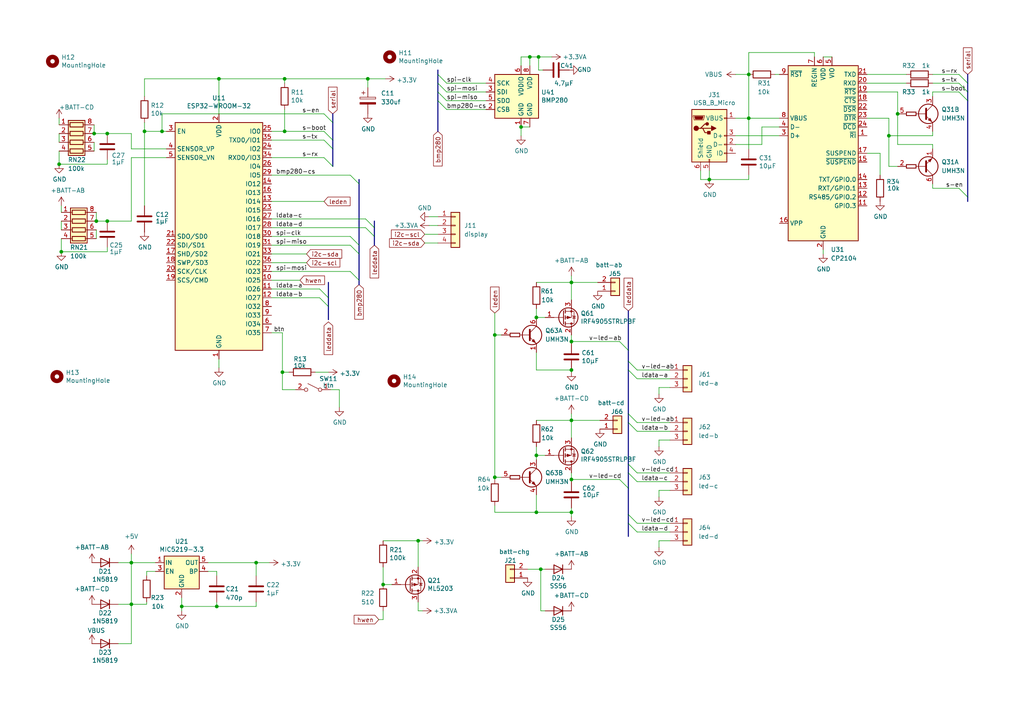
<source format=kicad_sch>
(kicad_sch (version 20230121) (generator eeschema)
  (paper "A4")
  (junction (at 111.125 169.545))
  (junction (at 82.55 22.86))
  (junction (at 52.705 175.895))
  (junction (at 17.145 47.625))
  (junction (at 165.735 121.92))
  (junction (at 46.99 38.1))
  (junction (at 217.17 34.29))
  (junction (at 165.735 99.06))
  (junction (at 31.115 38.735))
  (junction (at 106.68 22.86))
  (junction (at 31.115 64.135))
  (junction (at 155.575 148.59))
  (junction (at 41.91 38.1))
  (junction (at 62.865 175.895))
  (junction (at 155.575 92.075))
  (junction (at 38.1 163.195))
  (junction (at 165.735 139.065))
  (junction (at 74.295 163.195))
  (junction (at 143.51 138.43))
  (junction (at 63.5 22.86))
  (junction (at 217.17 21.59))
  (junction (at 165.735 148.59))
  (junction (at 205.74 52.07))
  (junction (at 257.81 39.37))
  (junction (at 82.55 38.1))
  (junction (at 165.735 81.915))
  (junction (at 38.1 175.26))
  (junction (at 151.13 36.83))
  (junction (at 165.735 107.315))
  (junction (at 156.845 165.1))
  (junction (at 27.305 38.735))
  (junction (at 260.35 33.02))
  (junction (at 153.67 16.51))
  (junction (at 81.915 107.95))
  (junction (at 27.94 64.135))
  (junction (at 121.285 156.845))
  (junction (at 17.78 73.025))
  (junction (at 156.21 16.51))
  (junction (at 155.575 132.08))
  (junction (at 143.51 97.155))
  (bus_entry (at 92.71 83.82) (size 2.54 2.54))
  (bus_entry (at 106.045 66.04) (size 2.54 2.54))
  (bus_entry (at 93.98 45.72) (size 2.54 2.54))
  (bus_entry (at 182.245 149.225) (size 2.54 2.54))
  (bus_entry (at 101.6 50.8) (size 2.54 2.54))
  (bus_entry (at 182.245 137.16) (size 2.54 2.54))
  (bus_entry (at 93.98 40.64) (size 2.54 2.54))
  (bus_entry (at 179.705 99.06) (size 2.54 2.54))
  (bus_entry (at 182.245 104.775) (size 2.54 2.54))
  (bus_entry (at 127 24.13) (size 2.54 2.54))
  (bus_entry (at 101.6 68.58) (size 2.54 2.54))
  (bus_entry (at 127 29.21) (size 2.54 2.54))
  (bus_entry (at 182.245 122.555) (size 2.54 2.54))
  (bus_entry (at 182.245 151.765) (size 2.54 2.54))
  (bus_entry (at 182.245 107.315) (size 2.54 2.54))
  (bus_entry (at 278.13 54.61) (size 2.54 2.54))
  (bus_entry (at 101.6 78.74) (size 2.54 2.54))
  (bus_entry (at 182.245 134.62) (size 2.54 2.54))
  (bus_entry (at 127 21.59) (size 2.54 2.54))
  (bus_entry (at 93.98 33.02) (size 2.54 2.54))
  (bus_entry (at 93.98 38.1) (size 2.54 2.54))
  (bus_entry (at 101.6 71.12) (size 2.54 2.54))
  (bus_entry (at 182.245 120.015) (size 2.54 2.54))
  (bus_entry (at 278.13 26.67) (size 2.54 2.54))
  (bus_entry (at 179.705 139.065) (size 2.54 2.54))
  (bus_entry (at 278.13 24.13) (size 2.54 2.54))
  (bus_entry (at 92.71 86.36) (size 2.54 2.54))
  (bus_entry (at 278.13 21.59) (size 2.54 2.54))
  (bus_entry (at 127 26.67) (size 2.54 2.54))
  (bus_entry (at 106.045 63.5) (size 2.54 2.54))
  (bus (pts (xy 182.245 134.62) (xy 182.245 137.16)))
  (wire (pts (xy 91.44 107.95) (xy 95.25 107.95)))
  (wire (pts (xy 42.545 174.625) (xy 42.545 175.26)))
  (wire (pts (xy 93.98 38.1) (xy 82.55 38.1)))
  (wire (pts (xy 52.705 175.895) (xy 62.865 175.895)))
  (wire (pts (xy 184.785 107.315) (xy 194.31 107.315)))
  (wire (pts (xy 165.735 121.92) (xy 173.99 121.92)))
  (wire (pts (xy 41.91 22.86) (xy 63.5 22.86)))
  (wire (pts (xy 153.035 165.1) (xy 156.845 165.1)))
  (wire (pts (xy 260.35 26.67) (xy 260.35 33.02)))
  (wire (pts (xy 165.735 97.155) (xy 165.735 99.06)))
  (wire (pts (xy 155.575 143.51) (xy 155.575 148.59)))
  (wire (pts (xy 81.915 107.95) (xy 83.82 107.95)))
  (wire (pts (xy 153.67 19.05) (xy 153.67 16.51)))
  (wire (pts (xy 191.135 112.395) (xy 194.31 112.395)))
  (bus (pts (xy 182.245 101.6) (xy 182.245 104.775)))
  (wire (pts (xy 41.91 38.1) (xy 41.91 59.69)))
  (wire (pts (xy 63.5 106.68) (xy 63.5 104.14)))
  (wire (pts (xy 251.46 44.45) (xy 255.27 44.45)))
  (wire (pts (xy 78.74 58.42) (xy 93.98 58.42)))
  (wire (pts (xy 78.74 81.28) (xy 86.995 81.28)))
  (wire (pts (xy 34.29 163.195) (xy 38.1 163.195)))
  (wire (pts (xy 31.115 73.025) (xy 31.115 71.755)))
  (wire (pts (xy 98.425 113.03) (xy 98.425 118.11)))
  (bus (pts (xy 108.585 64.135) (xy 108.585 66.04)))
  (bus (pts (xy 127 24.13) (xy 127 26.67)))
  (wire (pts (xy 74.295 163.195) (xy 78.105 163.195)))
  (wire (pts (xy 270.51 41.91) (xy 270.51 43.18)))
  (wire (pts (xy 46.99 38.1) (xy 46.99 33.02)))
  (wire (pts (xy 27.305 41.275) (xy 27.305 43.815)))
  (wire (pts (xy 17.78 64.135) (xy 17.78 66.675)))
  (wire (pts (xy 63.5 33.02) (xy 63.5 22.86)))
  (wire (pts (xy 153.67 16.51) (xy 156.21 16.51)))
  (wire (pts (xy 17.145 43.815) (xy 17.145 47.625)))
  (wire (pts (xy 78.74 66.04) (xy 106.045 66.04)))
  (wire (pts (xy 140.97 31.75) (xy 129.54 31.75)))
  (wire (pts (xy 270.51 26.67) (xy 278.13 26.67)))
  (wire (pts (xy 165.735 107.315) (xy 155.575 107.315)))
  (wire (pts (xy 143.51 148.59) (xy 155.575 148.59)))
  (wire (pts (xy 224.79 21.59) (xy 226.06 21.59)))
  (wire (pts (xy 270.51 24.13) (xy 278.13 24.13)))
  (wire (pts (xy 236.22 15.24) (xy 217.17 15.24)))
  (bus (pts (xy 182.245 122.555) (xy 182.245 134.62)))
  (wire (pts (xy 165.735 99.06) (xy 179.705 99.06)))
  (wire (pts (xy 17.145 38.735) (xy 17.145 41.275)))
  (wire (pts (xy 78.74 45.72) (xy 93.98 45.72)))
  (wire (pts (xy 251.46 21.59) (xy 262.89 21.59)))
  (bus (pts (xy 182.245 104.775) (xy 182.245 107.315)))
  (wire (pts (xy 62.865 174.625) (xy 62.865 175.895)))
  (wire (pts (xy 38.1 43.18) (xy 38.1 38.735)))
  (wire (pts (xy 191.135 129.54) (xy 191.135 127.635)))
  (wire (pts (xy 34.29 175.26) (xy 38.1 175.26)))
  (wire (pts (xy 151.13 39.37) (xy 151.13 36.83)))
  (bus (pts (xy 280.67 21.59) (xy 280.67 24.13)))
  (bus (pts (xy 182.245 90.17) (xy 182.245 101.6)))
  (wire (pts (xy 17.145 47.625) (xy 31.115 47.625)))
  (wire (pts (xy 60.325 163.195) (xy 74.295 163.195)))
  (wire (pts (xy 121.285 174.625) (xy 121.285 177.165)))
  (wire (pts (xy 156.845 177.165) (xy 158.115 177.165)))
  (wire (pts (xy 38.1 64.135) (xy 31.115 64.135)))
  (wire (pts (xy 156.21 16.51) (xy 156.21 20.32)))
  (wire (pts (xy 270.51 27.94) (xy 270.51 26.67)))
  (wire (pts (xy 143.51 97.155) (xy 145.415 97.155)))
  (wire (pts (xy 46.99 33.02) (xy 93.98 33.02)))
  (wire (pts (xy 213.36 39.37) (xy 226.06 39.37)))
  (wire (pts (xy 17.78 73.025) (xy 31.115 73.025)))
  (wire (pts (xy 81.915 113.03) (xy 85.725 113.03)))
  (wire (pts (xy 41.91 38.1) (xy 46.99 38.1)))
  (wire (pts (xy 42.545 165.735) (xy 42.545 167.005)))
  (bus (pts (xy 95.25 88.9) (xy 95.25 92.71)))
  (wire (pts (xy 191.135 156.845) (xy 194.31 156.845)))
  (bus (pts (xy 127 21.59) (xy 127 24.13)))
  (bus (pts (xy 95.25 86.36) (xy 95.25 88.9)))
  (bus (pts (xy 127 26.67) (xy 127 29.21)))
  (wire (pts (xy 156.21 20.32) (xy 157.48 20.32)))
  (bus (pts (xy 95.25 81.915) (xy 95.25 86.36)))
  (wire (pts (xy 121.285 177.165) (xy 122.555 177.165)))
  (wire (pts (xy 78.74 73.66) (xy 88.9 73.66)))
  (wire (pts (xy 165.735 137.16) (xy 165.735 139.065)))
  (wire (pts (xy 62.865 165.735) (xy 62.865 167.005)))
  (bus (pts (xy 104.14 52.07) (xy 104.14 53.34)))
  (wire (pts (xy 155.575 107.315) (xy 155.575 102.235)))
  (wire (pts (xy 38.1 163.195) (xy 38.1 175.26)))
  (wire (pts (xy 184.785 137.16) (xy 194.31 137.16)))
  (bus (pts (xy 127 20.32) (xy 127 21.59)))
  (wire (pts (xy 111.125 179.705) (xy 111.125 177.165)))
  (bus (pts (xy 104.14 53.34) (xy 104.14 71.12)))
  (wire (pts (xy 143.51 138.43) (xy 145.415 138.43)))
  (wire (pts (xy 42.545 165.735) (xy 45.085 165.735)))
  (wire (pts (xy 113.665 169.545) (xy 111.125 169.545)))
  (wire (pts (xy 165.735 81.915) (xy 173.355 81.915)))
  (wire (pts (xy 38.1 160.655) (xy 38.1 163.195)))
  (wire (pts (xy 158.115 132.08) (xy 155.575 132.08)))
  (bus (pts (xy 182.245 107.315) (xy 182.245 120.015)))
  (wire (pts (xy 257.81 34.29) (xy 257.81 39.37)))
  (wire (pts (xy 60.325 165.735) (xy 62.865 165.735)))
  (wire (pts (xy 38.1 38.735) (xy 31.115 38.735)))
  (wire (pts (xy 52.705 175.895) (xy 52.705 177.165)))
  (wire (pts (xy 184.785 154.305) (xy 194.31 154.305)))
  (wire (pts (xy 42.545 175.26) (xy 38.1 175.26)))
  (wire (pts (xy 78.74 78.74) (xy 101.6 78.74)))
  (wire (pts (xy 257.81 39.37) (xy 270.51 39.37)))
  (wire (pts (xy 184.785 151.765) (xy 194.31 151.765)))
  (bus (pts (xy 104.14 73.66) (xy 104.14 81.28)))
  (wire (pts (xy 155.575 129.54) (xy 155.575 132.08)))
  (wire (pts (xy 213.36 34.29) (xy 217.17 34.29)))
  (wire (pts (xy 203.2 49.53) (xy 203.2 52.07)))
  (wire (pts (xy 191.135 142.24) (xy 194.31 142.24)))
  (wire (pts (xy 74.295 175.895) (xy 74.295 174.625)))
  (wire (pts (xy 217.17 50.8) (xy 217.17 52.07)))
  (bus (pts (xy 108.585 66.04) (xy 108.585 68.58)))
  (wire (pts (xy 165.735 121.92) (xy 165.735 127)))
  (wire (pts (xy 203.2 52.07) (xy 205.74 52.07)))
  (bus (pts (xy 96.52 40.64) (xy 96.52 43.18)))
  (wire (pts (xy 17.145 34.29) (xy 17.145 36.195)))
  (wire (pts (xy 191.135 144.145) (xy 191.135 142.24)))
  (wire (pts (xy 165.735 80.01) (xy 165.735 81.915)))
  (wire (pts (xy 257.81 48.26) (xy 260.35 48.26)))
  (wire (pts (xy 48.26 43.18) (xy 38.1 43.18)))
  (wire (pts (xy 121.285 156.845) (xy 121.285 164.465)))
  (wire (pts (xy 109.855 179.705) (xy 111.125 179.705)))
  (wire (pts (xy 251.46 34.29) (xy 257.81 34.29)))
  (wire (pts (xy 62.865 175.895) (xy 74.295 175.895)))
  (bus (pts (xy 182.245 137.16) (xy 182.245 141.605)))
  (wire (pts (xy 78.74 71.12) (xy 101.6 71.12)))
  (wire (pts (xy 184.785 109.855) (xy 194.31 109.855)))
  (wire (pts (xy 255.27 44.45) (xy 255.27 50.8)))
  (wire (pts (xy 217.17 34.29) (xy 217.17 43.18)))
  (wire (pts (xy 217.17 21.59) (xy 217.17 34.29)))
  (wire (pts (xy 205.74 52.07) (xy 217.17 52.07)))
  (wire (pts (xy 165.735 107.315) (xy 165.735 107.95)))
  (wire (pts (xy 123.19 67.945) (xy 127 67.945)))
  (bus (pts (xy 96.52 33.02) (xy 96.52 35.56)))
  (wire (pts (xy 38.1 163.195) (xy 45.085 163.195)))
  (wire (pts (xy 251.46 24.13) (xy 262.89 24.13)))
  (wire (pts (xy 257.81 39.37) (xy 257.81 48.26)))
  (bus (pts (xy 280.67 24.13) (xy 280.67 26.67)))
  (wire (pts (xy 143.51 90.805) (xy 143.51 97.155)))
  (wire (pts (xy 260.35 41.91) (xy 270.51 41.91)))
  (wire (pts (xy 270.51 54.61) (xy 278.13 54.61)))
  (bus (pts (xy 182.245 151.765) (xy 182.245 155.575)))
  (wire (pts (xy 124.46 62.865) (xy 127 62.865)))
  (wire (pts (xy 74.295 167.005) (xy 74.295 163.195)))
  (wire (pts (xy 191.135 127.635) (xy 194.31 127.635)))
  (wire (pts (xy 165.735 99.06) (xy 165.735 99.695)))
  (wire (pts (xy 205.74 49.53) (xy 205.74 52.07)))
  (wire (pts (xy 213.36 21.59) (xy 217.17 21.59)))
  (bus (pts (xy 104.14 71.12) (xy 104.14 73.66)))
  (wire (pts (xy 123.19 70.485) (xy 127 70.485)))
  (wire (pts (xy 260.35 33.02) (xy 260.35 41.91)))
  (bus (pts (xy 280.67 57.15) (xy 280.67 58.42)))
  (bus (pts (xy 104.14 81.28) (xy 104.14 82.55)))
  (wire (pts (xy 217.17 34.29) (xy 226.06 34.29)))
  (wire (pts (xy 236.22 16.51) (xy 236.22 15.24)))
  (bus (pts (xy 127 29.21) (xy 127 38.1)))
  (wire (pts (xy 155.575 148.59) (xy 165.735 148.59)))
  (wire (pts (xy 78.74 76.2) (xy 88.9 76.2)))
  (wire (pts (xy 165.735 148.59) (xy 165.735 149.86)))
  (wire (pts (xy 95.885 113.03) (xy 98.425 113.03)))
  (wire (pts (xy 78.74 68.58) (xy 101.6 68.58)))
  (wire (pts (xy 78.74 86.36) (xy 92.71 86.36)))
  (wire (pts (xy 46.99 38.1) (xy 48.26 38.1)))
  (wire (pts (xy 38.1 45.72) (xy 38.1 64.135)))
  (bus (pts (xy 182.245 120.015) (xy 182.245 122.555)))
  (wire (pts (xy 151.13 19.05) (xy 151.13 16.51)))
  (wire (pts (xy 191.135 158.75) (xy 191.135 156.845)))
  (wire (pts (xy 78.74 63.5) (xy 106.045 63.5)))
  (wire (pts (xy 155.575 81.915) (xy 165.735 81.915)))
  (wire (pts (xy 143.51 146.685) (xy 143.51 148.59)))
  (wire (pts (xy 78.74 38.1) (xy 82.55 38.1)))
  (wire (pts (xy 156.845 165.1) (xy 156.845 177.165)))
  (wire (pts (xy 184.785 122.555) (xy 194.31 122.555)))
  (wire (pts (xy 143.51 138.43) (xy 143.51 97.155)))
  (wire (pts (xy 27.94 66.675) (xy 27.94 69.215)))
  (wire (pts (xy 31.115 47.625) (xy 31.115 46.355)))
  (wire (pts (xy 156.845 165.1) (xy 158.115 165.1)))
  (wire (pts (xy 184.785 139.7) (xy 194.31 139.7)))
  (wire (pts (xy 217.17 15.24) (xy 217.17 21.59)))
  (wire (pts (xy 111.125 169.545) (xy 111.125 164.465)))
  (wire (pts (xy 270.51 38.1) (xy 270.51 39.37)))
  (wire (pts (xy 165.735 120.015) (xy 165.735 121.92)))
  (wire (pts (xy 251.46 26.67) (xy 260.35 26.67)))
  (wire (pts (xy 151.13 16.51) (xy 153.67 16.51)))
  (wire (pts (xy 155.575 89.535) (xy 155.575 92.075)))
  (wire (pts (xy 165.735 139.065) (xy 179.705 139.065)))
  (bus (pts (xy 182.245 141.605) (xy 182.245 149.225)))
  (wire (pts (xy 82.55 22.86) (xy 82.55 24.13)))
  (wire (pts (xy 165.735 81.915) (xy 165.735 86.995)))
  (wire (pts (xy 278.13 21.59) (xy 270.51 21.59)))
  (wire (pts (xy 27.305 38.735) (xy 31.115 38.735)))
  (wire (pts (xy 238.76 16.51) (xy 241.3 16.51)))
  (wire (pts (xy 106.68 22.86) (xy 106.68 25.4)))
  (wire (pts (xy 155.575 132.08) (xy 155.575 133.35)))
  (wire (pts (xy 124.46 65.405) (xy 127 65.405)))
  (wire (pts (xy 38.1 175.26) (xy 38.1 186.69)))
  (wire (pts (xy 155.575 121.92) (xy 165.735 121.92)))
  (wire (pts (xy 140.97 26.67) (xy 129.54 26.67)))
  (wire (pts (xy 41.91 35.56) (xy 41.91 38.1)))
  (bus (pts (xy 182.245 149.225) (xy 182.245 151.765)))
  (wire (pts (xy 158.115 92.075) (xy 155.575 92.075)))
  (bus (pts (xy 96.52 35.56) (xy 96.52 40.64)))
  (wire (pts (xy 63.5 22.86) (xy 82.55 22.86)))
  (wire (pts (xy 191.135 114.3) (xy 191.135 112.395)))
  (wire (pts (xy 156.21 16.51) (xy 160.02 16.51)))
  (wire (pts (xy 48.26 45.72) (xy 38.1 45.72)))
  (wire (pts (xy 34.29 186.69) (xy 38.1 186.69)))
  (wire (pts (xy 226.06 36.83) (xy 220.98 36.83)))
  (bus (pts (xy 108.585 68.58) (xy 108.585 71.12)))
  (wire (pts (xy 17.78 69.215) (xy 17.78 73.025)))
  (wire (pts (xy 111.125 156.845) (xy 121.285 156.845)))
  (wire (pts (xy 27.94 64.135) (xy 31.115 64.135)))
  (wire (pts (xy 81.915 107.95) (xy 81.915 113.03)))
  (wire (pts (xy 165.735 139.065) (xy 165.735 139.7)))
  (bus (pts (xy 280.67 26.67) (xy 280.67 29.21)))
  (wire (pts (xy 143.51 139.065) (xy 143.51 138.43)))
  (wire (pts (xy 17.78 59.69) (xy 17.78 61.595)))
  (wire (pts (xy 82.55 31.75) (xy 82.55 38.1)))
  (wire (pts (xy 52.705 173.355) (xy 52.705 175.895)))
  (wire (pts (xy 106.68 22.86) (xy 111.76 22.86)))
  (wire (pts (xy 270.51 54.61) (xy 270.51 53.34)))
  (bus (pts (xy 96.52 43.18) (xy 96.52 48.26)))
  (wire (pts (xy 184.785 125.095) (xy 194.31 125.095)))
  (wire (pts (xy 213.36 41.91) (xy 220.98 41.91)))
  (wire (pts (xy 220.98 36.83) (xy 220.98 41.91)))
  (wire (pts (xy 27.305 36.195) (xy 27.305 38.735)))
  (wire (pts (xy 78.74 40.64) (xy 93.98 40.64)))
  (wire (pts (xy 82.55 22.86) (xy 106.68 22.86)))
  (bus (pts (xy 280.67 29.21) (xy 280.67 57.15)))
  (wire (pts (xy 81.915 96.52) (xy 81.915 107.95)))
  (wire (pts (xy 78.74 96.52) (xy 81.915 96.52)))
  (wire (pts (xy 41.91 27.94) (xy 41.91 22.86)))
  (wire (pts (xy 78.74 50.8) (xy 101.6 50.8)))
  (wire (pts (xy 165.735 147.32) (xy 165.735 148.59)))
  (wire (pts (xy 122.555 156.845) (xy 121.285 156.845)))
  (wire (pts (xy 153.67 36.83) (xy 151.13 36.83)))
  (wire (pts (xy 129.54 29.21) (xy 140.97 29.21)))
  (wire (pts (xy 27.94 61.595) (xy 27.94 64.135)))
  (wire (pts (xy 78.74 83.82) (xy 92.71 83.82)))
  (wire (pts (xy 238.76 72.39) (xy 238.76 73.66)))
  (wire (pts (xy 129.54 24.13) (xy 140.97 24.13)))
  (label "ldata-a" (at 80.01 83.82 0))
  (label "ldata-a" (at 186.055 109.855 0))
  (label "s-rx" (at 87.63 45.72 0))
  (label "btn" (at 79.375 96.52 0))
  (label "ldata-c" (at 80.01 63.5 0))
  (label "v-led-cd" (at 170.815 139.065 0))
  (label "s-boot" (at 273.05 26.67 0))
  (label "v-led-ab" (at 170.815 99.06 0))
  (label "ldata-b" (at 80.01 86.36 0))
  (label "s-boot" (at 87.63 38.1 0))
  (label "bmp280-cs" (at 80.01 50.8 0))
  (label "spi-miso" (at 129.54 29.21 0))
  (label "s-tx" (at 273.05 24.13 0))
  (label "spi-clk" (at 80.01 68.58 0))
  (label "spi-clk" (at 129.54 24.13 0))
  (label "spi-mosi" (at 80.01 78.74 0))
  (label "v-led-cd" (at 186.055 151.765 0))
  (label "ldata-c" (at 186.055 139.7 0))
  (label "v-led-cd" (at 186.055 137.16 0))
  (label "s-tx" (at 87.63 40.64 0))
  (label "v-led-ab" (at 186.055 107.315 0))
  (label "s-en" (at 87.63 33.02 0))
  (label "v-led-ab" (at 186.055 122.555 0))
  (label "ldata-d" (at 80.01 66.04 0))
  (label "ldata-b" (at 186.055 125.095 0))
  (label "s-en" (at 274.32 54.61 0))
  (label "spi-mosi" (at 129.54 26.67 0))
  (label "s-rx" (at 273.05 21.59 0))
  (label "bmp280-cs" (at 129.54 31.75 0))
  (label "spi-miso" (at 80.01 71.12 0))
  (label "ldata-d" (at 186.055 154.305 0))
  (global_label "bmp280" (shape input) (at 104.14 82.55 270) (property "Intersheetrefs" "${INTERSHEET_REFS}" (effects hide)))
  (global_label "bmp280" (shape input) (at 127 38.1 270) (property "Intersheetrefs" "${INTERSHEET_REFS}" (effects hide)))
  (global_label "i2c-scl" (shape input) (at 88.9 76.2 0) (property "Intersheetrefs" "${INTERSHEET_REFS}" (effects hide)))
  (global_label "leddata" (shape input) (at 95.25 93.345 270) (property "Intersheetrefs" "${INTERSHEET_REFS}" (effects hide)))
  (global_label "i2c-scl" (shape input) (at 123.19 67.945 180) (property "Intersheetrefs" "${INTERSHEET_REFS}" (effects hide)))
  (global_label "i2c-sda" (shape input) (at 88.9 73.66 0) (property "Intersheetrefs" "${INTERSHEET_REFS}" (effects hide)))
  (global_label "leddata" (shape input) (at 108.585 71.12 270) (property "Intersheetrefs" "${INTERSHEET_REFS}" (effects hide)))
  (global_label "serial" (shape input) (at 280.67 21.59 90) (property "Intersheetrefs" "${INTERSHEET_REFS}" (effects hide)))
  (global_label "serial" (shape input) (at 96.52 33.02 90) (property "Intersheetrefs" "${INTERSHEET_REFS}" (effects hide)))
  (global_label "leden" (shape input) (at 93.98 58.42 0) (property "Intersheetrefs" "${INTERSHEET_REFS}" (effects hide)))
  (global_label "i2c-sda" (shape input) (at 123.19 70.485 180) (property "Intersheetrefs" "${INTERSHEET_REFS}" (effects hide)))
  (global_label "leddata" (shape input) (at 182.245 90.17 90) (property "Intersheetrefs" "${INTERSHEET_REFS}" (effects hide)))
  (global_label "leden" (shape input) (at 143.51 90.805 90) (property "Intersheetrefs" "${INTERSHEET_REFS}" (effects hide)))
  (global_label "hwen" (shape input) (at 109.855 179.705 180) (property "Intersheetrefs" "${INTERSHEET_REFS}" (effects hide)))
  (global_label "hwen" (shape input) (at 86.995 81.28 0) (property "Intersheetrefs" "${INTERSHEET_REFS}" (effects hide)))
  (symbol (lib_id "power:GND") (at 153.035 167.64 0) (unit 1)
    (property "Reference" "#PWR021" (effects hide))
    (property "Value" "GND" (at 153.162 172.0342 0))
  )
  (symbol (lib_id "Mechanical:MountingHole") (at 113.03 16.51 0) (unit 1)
    (property "Reference" "H11" (at 115.57 15.3416 0) (effects (justify left)))
    (property "Value" "MountingHole" (at 115.57 17.653 0) (effects (justify left)))
    (property "Footprint" "MountingHole:MountingHole_3.2mm_M3" (effects hide))
  )
  (symbol (lib_id "power:GND") (at 17.145 47.625 0) (unit 1)
    (property "Reference" "#PWR029" (effects hide))
    (property "Value" "GND" (at 17.272 52.0192 0))
  )
  (symbol (lib_id "Device:C") (at 62.865 170.815 0) (unit 1)
    (property "Reference" "C21" (at 65.405 170.815 0) (effects (justify left)))
    (property "Value" "470p" (at 65.405 173.355 0) (effects (justify left)))
    (property "Footprint" "Capacitor_SMD:C_0805_2012Metric" (effects hide))
  )
  (symbol (lib_id "Device:R") (at 87.63 107.95 270) (unit 1)
    (property "Reference" "R13" (at 85.09 104.14 90) (effects (justify left)))
    (property "Value" "10k" (at 85.09 106.045 90) (effects (justify left)))
    (property "Footprint" "Resistor_SMD:R_0805_2012Metric" (effects hide))
  )
  (symbol (lib_id "power:GND") (at 165.735 107.95 0) (unit 1)
    (property "Reference" "#PWR0123" (effects hide))
    (property "Value" "GND" (at 165.862 112.3442 0))
  )
  (symbol (lib_id "Device:Q_PMOS_GDS") (at 163.195 132.08 0) (mirror x) (unit 1)
    (property "Reference" "Q62" (at 168.402 130.9116 0) (effects (justify left)))
    (property "Value" "IRF4905STRLPBF" (at 168.402 133.223 0) (effects (justify left)))
    (property "Footprint" "Package_TO_SOT_SMD:TO-263-2" (effects hide))
  )
  (symbol (lib_id "Device:Q_PMOS_GSD") (at 118.745 169.545 0) (mirror x) (unit 1)
    (property "Reference" "Q21" (at 123.952 168.3766 0) (effects (justify left)))
    (property "Value" "ML5203" (at 123.952 170.688 0) (effects (justify left)))
    (property "Footprint" "Package_TO_SOT_SMD:SOT-23" (effects hide))
  )
  (symbol (lib_id "Device:R") (at 111.125 160.655 0) (unit 1)
    (property "Reference" "R21" (at 112.903 159.4866 0) (effects (justify left)))
    (property "Value" "100k" (at 112.903 161.798 0) (effects (justify left)))
    (property "Footprint" "Resistor_SMD:R_0805_2012Metric" (effects hide))
  )
  (symbol (lib_id "Device:C") (at 41.91 63.5 0) (unit 1)
    (property "Reference" "C12" (at 45.085 62.23 0) (effects (justify left)))
    (property "Value" "1μF" (at 45.085 64.135 0) (effects (justify left)))
    (property "Footprint" "Capacitor_SMD:C_0805_2012Metric" (effects hide))
  )
  (symbol (lib_id "power:GND") (at 191.135 114.3 0) (unit 1)
    (property "Reference" "#PWR0112" (effects hide))
    (property "Value" "GND" (at 191.262 118.6942 0))
  )
  (symbol (lib_id "power:+BATT") (at 165.735 80.01 0) (unit 1)
    (property "Reference" "#PWR0111" (effects hide))
    (property "Value" "+BATT-AB" (at 165.735 75.565 0))
  )
  (symbol (lib_id "Sensor_Pressure:BMP280") (at 151.13 29.21 0) (unit 1)
    (property "Reference" "U41" (at 156.972 26.7716 0) (effects (justify left)))
    (property "Value" "BMP280" (at 156.972 29.083 0) (effects (justify left)))
    (property "Footprint" "Package_LGA:Bosch_LGA-8_2x2.5mm_P0.65mm_ClockwisePinNumbering" (effects hide))
    (property "Datasheet" "https://ae-bst.resource.bosch.com/media/_tech/media/datasheets/BST-BMP280-DS001.pdf" (effects hide))
  )
  (symbol (lib_id "Transistor_BJT:UMH3N") (at 150.495 97.155 0) (unit 1)
    (property "Reference" "Q63" (at 158.115 95.885 0) (effects (justify left)))
    (property "Value" "UMH3N" (at 158.115 98.425 0) (effects (justify left)))
    (property "Footprint" "Package_TO_SOT_SMD:SOT-363_SC-70-6" (effects hide))
    (property "Datasheet" "http://rohmfs.rohm.com/en/products/databook/datasheet/discrete/transistor/digital/emh3t2r-e.pdf" (effects hide))
  )
  (symbol (lib_name "+BATT_1") (lib_id "power:+BATT") (at 165.735 177.165 0) (unit 1)
    (property "Reference" "#PWR023" (effects hide))
    (property "Value" "+BATT-CD" (at 165.735 172.72 0))
  )
  (symbol (lib_name "+BATT_1") (lib_id "power:+BATT") (at 165.735 120.015 0) (unit 1)
    (property "Reference" "#PWR0127" (effects hide))
    (property "Value" "+BATT-CD" (at 165.735 115.57 0))
  )
  (symbol (lib_id "power:+BATT") (at 165.735 165.1 0) (unit 1)
    (property "Reference" "#PWR022" (effects hide))
    (property "Value" "+BATT-AB" (at 165.735 160.655 0))
  )
  (symbol (lib_id "power:GND") (at 238.76 73.66 0) (unit 1)
    (property "Reference" "#PWR0105" (effects hide))
    (property "Value" "GND" (at 238.887 78.0542 0))
  )
  (symbol (lib_id "power:GND") (at 191.135 144.145 0) (unit 1)
    (property "Reference" "#PWR0102" (effects hide))
    (property "Value" "GND" (at 191.262 148.5392 0))
  )
  (symbol (lib_id "Device:R") (at 266.7 21.59 270) (unit 1)
    (property "Reference" "R32" (at 261.62 19.05 90) (effects (justify left)))
    (property "Value" "1k" (at 267.335 19.05 90) (effects (justify left)))
    (property "Footprint" "Resistor_SMD:R_0805_2012Metric" (effects hide))
  )
  (symbol (lib_id "Device:C") (at 74.295 170.815 0) (unit 1)
    (property "Reference" "C22" (at 77.216 169.6466 0) (effects (justify left)))
    (property "Value" "1μF" (at 77.216 171.958 0) (effects (justify left)))
    (property "Footprint" "Capacitor_SMD:C_0805_2012Metric" (effects hide))
  )
  (symbol (lib_id "Device:R") (at 82.55 27.94 0) (unit 1)
    (property "Reference" "R11" (at 84.328 26.7716 0) (effects (justify left)))
    (property "Value" "10k" (at 84.328 29.083 0) (effects (justify left)))
    (property "Footprint" "Resistor_SMD:R_0805_2012Metric" (effects hide))
  )
  (symbol (lib_id "Device:C") (at 31.115 67.945 0) (unit 1)
    (property "Reference" "C25" (at 31.75 71.12 0) (effects (justify left)))
    (property "Value" "1μF" (at 31.75 73.025 0) (effects (justify left)))
    (property "Footprint" "Capacitor_SMD:C_0805_2012Metric" (effects hide))
  )
  (symbol (lib_id "Device:R") (at 42.545 170.815 180) (unit 1)
    (property "Reference" "R23" (at 47.625 173.355 0) (effects (justify left)))
    (property "Value" "10k" (at 47.625 175.895 0) (effects (justify left)))
    (property "Footprint" "Resistor_SMD:R_0805_2012Metric" (effects hide))
  )
  (symbol (lib_id "Connector_Generic:Conn_01x03") (at 199.39 109.855 0) (unit 1)
    (property "Reference" "J61" (at 202.565 108.585 0) (effects (justify left)))
    (property "Value" "led-a" (at 202.565 111.125 0) (effects (justify left)))
    (property "Footprint" "Connector_JST:JST_XH_S3B-XH-A_1x03_P2.50mm_Horizontal" (effects hide))
  )
  (symbol (lib_id "Device:R") (at 266.7 24.13 270) (unit 1)
    (property "Reference" "R33" (at 261.62 26.67 90) (effects (justify left)))
    (property "Value" "1k" (at 267.335 26.67 90) (effects (justify left)))
    (property "Footprint" "Resistor_SMD:R_0805_2012Metric" (effects hide))
  )
  (symbol (lib_id "Connector_Generic:Conn_01x04") (at 132.08 65.405 0) (unit 1)
    (property "Reference" "J11" (at 134.62 65.405 0) (effects (justify left)))
    (property "Value" "display" (at 134.62 67.945 0) (effects (justify left)))
    (property "Footprint" "Connector_PinHeader_2.54mm:PinHeader_1x04_P2.54mm_Vertical" (effects hide))
  )
  (symbol (lib_id "power:+3.3VA") (at 124.46 65.405 90) (unit 1)
    (property "Reference" "#PWR065" (effects hide))
    (property "Value" "+3.3VA" (at 121.285 65.405 90) (effects (justify left)))
  )
  (symbol (lib_id "Regulator_Linear:MIC5219-3.3YM5") (at 52.705 165.735 0) (unit 1)
    (property "Reference" "U21" (at 52.705 157.0482 0))
    (property "Value" "MIC5219-3.3" (at 52.705 159.3596 0))
    (property "Footprint" "Package_TO_SOT_SMD:SOT-23-5" (effects hide))
    (property "Datasheet" "http://ww1.microchip.com/downloads/en/DeviceDoc/MIC5219-500mA-Peak-Output-LDO-Regulator-DS20006021A.pdf" (effects hide))
  )
  (symbol (lib_id "Device:D") (at 30.48 175.26 180) (unit 1)
    (property "Reference" "D22" (at 30.48 177.8 0))
    (property "Value" "1N5819" (at 30.48 180.1114 0))
    (property "Footprint" "Diode_SMD:D_SOD-323" (effects hide))
  )
  (symbol (lib_id "power:VBUS") (at 213.36 21.59 90) (unit 1)
    (property "Reference" "#PWR0107" (effects hide))
    (property "Value" "VBUS" (at 209.55 21.59 90) (effects (justify left)))
  )
  (symbol (lib_id "Device:Q_PMOS_GDS") (at 163.195 92.075 0) (mirror x) (unit 1)
    (property "Reference" "Q61" (at 168.402 90.9066 0) (effects (justify left)))
    (property "Value" "IRF4905STRLPBF" (at 168.402 93.218 0) (effects (justify left)))
    (property "Footprint" "Package_TO_SOT_SMD:TO-263-2" (effects hide))
  )
  (symbol (lib_id "power:GND") (at 151.13 39.37 0) (unit 1)
    (property "Reference" "#PWR0120" (effects hide))
    (property "Value" "GND" (at 151.257 43.7642 0))
  )
  (symbol (lib_id "power:GND") (at 41.91 67.31 0) (unit 1)
    (property "Reference" "#PWR0113" (effects hide))
    (property "Value" "GND" (at 42.037 71.7042 0))
  )
  (symbol (lib_id "Device:C") (at 161.29 20.32 90) (unit 1)
    (property "Reference" "C41" (at 166.37 19.05 90) (effects (justify left)))
    (property "Value" "4,7μF" (at 166.37 24.13 90) (effects (justify left)))
    (property "Footprint" "Capacitor_SMD:C_0805_2012Metric" (effects hide))
  )
  (symbol (lib_id "Device:R") (at 255.27 54.61 180) (unit 1)
    (property "Reference" "R34" (at 260.985 52.705 0) (effects (justify left)))
    (property "Value" "10k" (at 260.985 54.61 0) (effects (justify left)))
    (property "Footprint" "Resistor_SMD:R_0805_2012Metric" (effects hide))
  )
  (symbol (lib_id "Device:C") (at 31.115 42.545 0) (unit 1)
    (property "Reference" "C27" (at 32.385 45.085 0) (effects (justify left)))
    (property "Value" "1μF" (at 32.385 46.99 0) (effects (justify left)))
    (property "Footprint" "Capacitor_SMD:C_0805_2012Metric" (effects hide))
  )
  (symbol (lib_id "Device:R") (at 111.125 173.355 180) (unit 1)
    (property "Reference" "R22" (at 108.585 172.085 0) (effects (justify left)))
    (property "Value" "510" (at 108.585 174.625 0) (effects (justify left)))
    (property "Footprint" "Resistor_SMD:R_0805_2012Metric" (effects hide))
  )
  (symbol (lib_id "Connector_Generic:Conn_01x02") (at 179.07 124.46 0) (mirror x) (unit 1)
    (property "Reference" "J66" (at 177.165 119.38 0) (effects (justify left)))
    (property "Value" "batt-cd" (at 173.355 116.84 0) (effects (justify left)))
    (property "Footprint" "Connector_AMASS:AMASS_XT30U-F_1x02_P5.0mm_Vertical" (effects hide))
  )
  (symbol (lib_id "Transistor_BJT:UMH3N") (at 150.495 138.43 0) (unit 2)
    (property "Reference" "Q63" (at 158.115 137.16 0) (effects (justify left)))
    (property "Value" "UMH3N" (at 158.115 139.7 0) (effects (justify left)))
    (property "Footprint" "Package_TO_SOT_SMD:SOT-363_SC-70-6" (effects hide))
    (property "Datasheet" "http://rohmfs.rohm.com/en/products/databook/datasheet/discrete/transistor/digital/emh3t2r-e.pdf" (effects hide))
  )
  (symbol (lib_id "power:GND") (at 191.135 158.75 0) (unit 1)
    (property "Reference" "#PWR0103" (effects hide))
    (property "Value" "GND" (at 191.262 163.1442 0))
  )
  (symbol (lib_id "Device:C_Polarized") (at 106.68 29.21 0) (unit 1)
    (property "Reference" "C11" (at 110.49 27.051 0) (effects (justify left)))
    (property "Value" "330uf" (at 110.49 29.591 0) (effects (justify left)))
    (property "Footprint" "Capacitor_Tantalum_SMD:CP_EIA-7343-20_Kemet-V" (effects hide))
  )
  (symbol (lib_id "power:GND") (at 173.99 124.46 0) (unit 1)
    (property "Reference" "#PWR061" (effects hide))
    (property "Value" "GND" (at 174.117 128.8542 0))
  )
  (symbol (lib_id "power:GND") (at 191.135 129.54 0) (unit 1)
    (property "Reference" "#PWR0101" (effects hide))
    (property "Value" "GND" (at 191.262 133.9342 0))
  )
  (symbol (lib_id "Device:R") (at 155.575 85.725 180) (unit 1)
    (property "Reference" "R61" (at 160.655 84.455 0) (effects (justify left)))
    (property "Value" "10k" (at 160.655 86.995 0) (effects (justify left)))
    (property "Footprint" "Resistor_SMD:R_0805_2012Metric" (effects hide))
  )
  (symbol (lib_id "Transistor_BJT:UMH3N") (at 265.43 48.26 0) (mirror x) (unit 1)
    (property "Reference" "Q31" (at 273.05 46.99 0) (effects (justify left)))
    (property "Value" "UMH3N" (at 273.05 49.53 0) (effects (justify left)))
    (property "Footprint" "Package_TO_SOT_SMD:SOT-363_SC-70-6" (effects hide))
    (property "Datasheet" "http://rohmfs.rohm.com/en/products/databook/datasheet/discrete/transistor/digital/emh3t2r-e.pdf" (effects hide))
  )
  (symbol (lib_id "Interface_USB:CP2104") (at 238.76 44.45 0) (unit 1)
    (property "Reference" "U31" (at 240.9541 72.39 0) (effects (justify left)))
    (property "Value" "CP2104" (at 240.9541 74.93 0) (effects (justify left)))
    (property "Footprint" "Package_DFN_QFN:QFN-24-1EP_4x4mm_P0.5mm_EP2.6x2.6mm" (effects hide))
    (property "Datasheet" "https://www.silabs.com/documents/public/data-sheets/cp2104.pdf" (effects hide))
  )
  (symbol (lib_id "Device:D") (at 161.925 165.1 180) (unit 1)
    (property "Reference" "D24" (at 161.925 167.64 0))
    (property "Value" "SS56" (at 161.925 169.9514 0))
    (property "Footprint" "Diode_SMD:D_SMA" (effects hide))
  )
  (symbol (lib_id "power:GND") (at 124.46 62.865 270) (unit 1)
    (property "Reference" "#PWR064" (effects hide))
    (property "Value" "GND" (at 123.19 60.325 90))
  )
  (symbol (lib_id "Transistor_BJT:UMH3N") (at 265.43 33.02 0) (unit 2)
    (property "Reference" "Q31" (at 273.05 31.75 0) (effects (justify left)))
    (property "Value" "UMH3N" (at 273.05 34.29 0) (effects (justify left)))
    (property "Footprint" "Package_TO_SOT_SMD:SOT-363_SC-70-6" (effects hide))
    (property "Datasheet" "http://rohmfs.rohm.com/en/products/databook/datasheet/discrete/transistor/digital/emh3t2r-e.pdf" (effects hide))
  )
  (symbol (lib_id "Mechanical:MountingHole") (at 16.51 109.22 0) (unit 1)
    (property "Reference" "H13" (at 19.05 108.0516 0) (effects (justify left)))
    (property "Value" "MountingHole" (at 19.05 110.363 0) (effects (justify left)))
    (property "Footprint" "MountingHole:MountingHole_3.2mm_M3" (effects hide))
  )
  (symbol (lib_id "Device:D") (at 161.925 177.165 180) (unit 1)
    (property "Reference" "D25" (at 161.925 179.705 0))
    (property "Value" "SS56" (at 161.925 182.0164 0))
    (property "Footprint" "Diode_SMD:D_SMA" (effects hide))
  )
  (symbol (lib_id "Connector_Generic:Conn_01x02") (at 178.435 84.455 0) (mirror x) (unit 1)
    (property "Reference" "J65" (at 176.53 79.375 0) (effects (justify left)))
    (property "Value" "batt-ab" (at 172.72 76.835 0) (effects (justify left)))
    (property "Footprint" "Connector_AMASS:AMASS_XT30U-F_1x02_P5.0mm_Vertical" (effects hide))
  )
  (symbol (lib_id "Connector_Generic:Conn_01x03") (at 199.39 154.305 0) (unit 1)
    (property "Reference" "J64" (at 202.565 153.035 0) (effects (justify left)))
    (property "Value" "led-d" (at 202.565 155.575 0) (effects (justify left)))
    (property "Footprint" "Connector_JST:JST_XH_S3B-XH-A_1x03_P2.50mm_Horizontal" (effects hide))
  )
  (symbol (lib_id "Connector_Generic:Conn_01x03") (at 199.39 139.7 0) (unit 1)
    (property "Reference" "J63" (at 202.565 138.43 0) (effects (justify left)))
    (property "Value" "led-c" (at 202.565 140.97 0) (effects (justify left)))
    (property "Footprint" "Connector_JST:JST_XH_S3B-XH-A_1x03_P2.50mm_Horizontal" (effects hide))
  )
  (symbol (lib_id "Device:C") (at 165.735 143.51 180) (unit 1)
    (property "Reference" "C62" (at 172.72 141.605 0) (effects (justify left)))
    (property "Value" "10μF" (at 173.99 143.51 0) (effects (justify left)))
    (property "Footprint" "Capacitor_SMD:C_0805_2012Metric" (effects hide))
  )
  (symbol (lib_id "Connector:USB_B_Micro") (at 205.74 39.37 0) (unit 1)
    (property "Reference" "J31" (at 207.1878 27.5082 0))
    (property "Value" "USB_B_Micro" (at 207.1878 29.8196 0))
    (property "Footprint" "Connector_USB:USB_Micro-B_Molex-105017-0001" (effects hide))
  )
  (symbol (lib_id "power:GND") (at 165.1 20.32 90) (unit 1)
    (property "Reference" "#PWR0109" (effects hide))
    (property "Value" "GND" (at 169.4942 20.193 90))
  )
  (symbol (lib_id "power:GND") (at 205.74 52.07 0) (unit 1)
    (property "Reference" "#PWR0106" (effects hide))
    (property "Value" "GND" (at 205.867 56.4642 0))
  )
  (symbol (lib_id "power:+BATT") (at 17.78 59.69 0) (unit 1)
    (property "Reference" "#PWR026" (effects hide))
    (property "Value" "+BATT-AB" (at 19.685 55.245 0))
  )
  (symbol (lib_id "power:+5V") (at 38.1 160.655 0) (unit 1)
    (property "Reference" "#PWR0114" (effects hide))
    (property "Value" "+5V" (at 38.1 155.575 0))
  )
  (symbol (lib_id "power:+3.3V") (at 78.105 163.195 270) (unit 1)
    (property "Reference" "#PWR0122" (effects hide))
    (property "Value" "+3.3V" (at 81.3562 163.576 90) (effects (justify left)))
  )
  (symbol (lib_id "power:+3.3VA") (at 122.555 177.165 270) (unit 1)
    (property "Reference" "#PWR068" (effects hide))
    (property "Value" "+3.3VA" (at 125.73 177.165 90) (effects (justify left)))
  )
  (symbol (lib_id "Device:R_Pack04") (at 22.86 66.675 270) (unit 1)
    (property "Reference" "RN21" (at 20.32 71.755 90) (effects (justify left)))
    (property "Value" "100k" (at 20.32 74.295 90) (effects (justify left)))
    (property "Footprint" "Resistor_SMD:R_Array_Convex_4x0603" (effects hide))
  )
  (symbol (lib_id "power:+3.3VA") (at 160.02 16.51 270) (unit 1)
    (property "Reference" "#PWR024" (effects hide))
    (property "Value" "+3.3VA" (at 163.195 16.51 90) (effects (justify left)))
  )
  (symbol (lib_id "RF_Module:ESP32-WROOM-32") (at 63.5 68.58 0) (unit 1)
    (property "Reference" "U11" (at 63.5 28.4226 0))
    (property "Value" "ESP32-WROOM-32" (at 63.5 30.734 0))
    (property "Footprint" "RF_Module:ESP32-WROOM-32" (effects hide))
    (property "Datasheet" "https://www.espressif.com/sites/default/files/documentation/esp32-wroom-32_datasheet_en.pdf" (effects hide))
  )
  (symbol (lib_id "Device:R") (at 41.91 31.75 0) (unit 1)
    (property "Reference" "R12" (at 43.688 30.5816 0) (effects (justify left)))
    (property "Value" "10k" (at 43.688 32.893 0) (effects (justify left)))
    (property "Footprint" "Resistor_SMD:R_0805_2012Metric" (effects hide))
  )
  (symbol (lib_id "power:+3.3V") (at 111.76 22.86 270) (unit 1)
    (property "Reference" "#PWR0119" (effects hide))
    (property "Value" "+3.3V" (at 115.0112 23.241 90) (effects (justify left)))
  )
  (symbol (lib_id "power:GND") (at 17.78 73.025 0) (unit 1)
    (property "Reference" "#PWR025" (effects hide))
    (property "Value" "GND" (at 17.907 77.4192 0))
  )
  (symbol (lib_id "Connector_Generic:Conn_01x02") (at 147.955 167.64 180) (unit 1)
    (property "Reference" "J21" (at 149.86 162.56 0) (effects (justify left)))
    (property "Value" "batt-chg" (at 153.67 160.02 0) (effects (justify left)))
    (property "Footprint" "Connector_AMASS:AMASS_XT30U-M_1x02_P5.0mm_Vertical" (effects hide))
  )
  (symbol (lib_id "power:GND") (at 63.5 106.68 0) (unit 1)
    (property "Reference" "#PWR0116" (effects hide))
    (property "Value" "GND" (at 63.627 111.0742 0))
  )
  (symbol (lib_id "Device:R_Pack04") (at 22.225 41.275 270) (unit 1)
    (property "Reference" "RN22" (at 19.685 46.355 90) (effects (justify left)))
    (property "Value" "100k" (at 19.685 48.895 90) (effects (justify left)))
    (property "Footprint" "Resistor_SMD:R_Array_Convex_4x0603" (effects hide))
  )
  (symbol (lib_id "Device:D") (at 30.48 186.69 180) (unit 1)
    (property "Reference" "D23" (at 30.48 189.23 0))
    (property "Value" "1N5819" (at 30.48 191.5414 0))
    (property "Footprint" "Diode_SMD:D_SOD-323" (effects hide))
  )
  (symbol (lib_id "power:+3.3V") (at 122.555 156.845 270) (unit 1)
    (property "Reference" "#PWR036" (effects hide))
    (property "Value" "+3.3V" (at 125.8062 157.226 90) (effects (justify left)))
  )
  (symbol (lib_id "Switch:SW_SPST") (at 90.805 113.03 0) (mirror y) (unit 1)
    (property "Reference" "SW11" (at 95.25 109.855 0))
    (property "Value" "btn" (at 95.25 111.76 0))
    (property "Footprint" "Button_Switch_SMD:SW_Push_1P1T_NO_6x6mm_H9.5mm" (effects hide))
  )
  (symbol (lib_id "power:GND") (at 255.27 58.42 0) (unit 1)
    (property "Reference" "#PWR0104" (effects hide))
    (property "Value" "GND" (at 255.397 62.8142 0))
  )
  (symbol (lib_id "Mechanical:MountingHole") (at 15.24 17.78 0) (unit 1)
    (property "Reference" "H12" (at 17.78 16.6116 0) (effects (justify left)))
    (property "Value" "MountingHole" (at 17.78 18.923 0) (effects (justify left)))
    (property "Footprint" "MountingHole:MountingHole_3.2mm_M3" (effects hide))
  )
  (symbol (lib_id "power:GND") (at 98.425 118.11 0) (unit 1)
    (property "Reference" "#PWR0117" (effects hide))
    (property "Value" "GND" (at 98.552 122.5042 0))
  )
  (symbol (lib_id "power:VBUS") (at 26.67 186.69 0) (unit 1)
    (property "Reference" "#PWR0128" (effects hide))
    (property "Value" "VBUS" (at 27.94 182.88 0))
  )
  (symbol (lib_id "power:+3.3V") (at 95.25 107.95 270) (unit 1)
    (property "Reference" "#PWR0118" (effects hide))
    (property "Value" "+3.3V" (at 98.5012 108.331 90) (effects (justify left)))
  )
  (symbol (lib_id "power:GND") (at 106.68 33.02 0) (unit 1)
    (property "Reference" "#PWR0121" (effects hide))
    (property "Value" "GND" (at 106.807 37.4142 0))
  )
  (symbol (lib_id "power:GND") (at 173.355 84.455 0) (unit 1)
    (property "Reference" "#PWR0125" (effects hide))
    (property "Value" "GND" (at 173.482 88.8492 0))
  )
  (symbol (lib_id "Device:C") (at 165.735 103.505 0) (unit 1)
    (property "Reference" "C61" (at 168.656 102.3366 0) (effects (justify left)))
    (property "Value" "10μF" (at 168.656 104.648 0) (effects (justify left)))
    (property "Footprint" "Capacitor_SMD:C_0805_2012Metric" (effects hide))
  )
  (symbol (lib_id "Device:R") (at 143.51 142.875 0) (unit 1)
    (property "Reference" "R64" (at 138.43 139.065 0) (effects (justify left)))
    (property "Value" "10k" (at 138.43 141.605 0) (effects (justify left)))
    (property "Footprint" "Resistor_SMD:R_0805_2012Metric" (effects hide))
  )
  (symbol (lib_id "Connector_Generic:Conn_01x03") (at 199.39 125.095 0) (unit 1)
    (property "Reference" "J62" (at 202.565 123.825 0) (effects (justify left)))
    (property "Value" "led-b" (at 202.565 126.365 0) (effects (justify left)))
    (property "Footprint" "Connector_JST:JST_XH_S3B-XH-A_1x03_P2.50mm_Horizontal" (effects hide))
  )
  (symbol (lib_id "Device:R") (at 220.98 21.59 270) (unit 1)
    (property "Reference" "R31" (at 219.71 24.13 90) (effects (justify left)))
    (property "Value" "10k" (at 219.71 26.67 90) (effects (justify left)))
    (property "Footprint" "Resistor_SMD:R_0805_2012Metric" (effects hide))
  )
  (symbol (lib_id "power:+BATT") (at 26.67 163.195 0) (unit 1)
    (property "Reference" "#PWR062" (effects hide))
    (property "Value" "+BATT-AB" (at 26.67 158.75 0))
  )
  (symbol (lib_id "Device:D") (at 30.48 163.195 180) (unit 1)
    (property "Reference" "D21" (at 30.48 165.735 0))
    (property "Value" "1N5819" (at 30.48 168.0464 0))
    (property "Footprint" "Diode_SMD:D_SOD-323" (effects hide))
  )
  (symbol (lib_id "Device:C") (at 217.17 46.99 0) (unit 1)
    (property "Reference" "C31" (at 220.091 45.8216 0) (effects (justify left)))
    (property "Value" "10μF" (at 220.091 48.133 0) (effects (justify left)))
    (property "Footprint" "Capacitor_SMD:C_0805_2012Metric" (effects hide))
  )
  (symbol (lib_id "Mechanical:MountingHole") (at 114.3 110.49 0) (unit 1)
    (property "Reference" "H14" (at 116.84 109.3216 0) (effects (justify left)))
    (property "Value" "MountingHole" (at 116.84 111.633 0) (effects (justify left)))
    (property "Footprint" "MountingHole:MountingHole_3.2mm_M3" (effects hide))
  )
  (symbol (lib_name "+BATT_1") (lib_id "power:+BATT") (at 17.145 34.29 0) (unit 1)
    (property "Reference" "#PWR028" (effects hide))
    (property "Value" "+BATT-CD" (at 22.225 31.115 0))
  )
  (symbol (lib_name "+BATT_1") (lib_id "power:+BATT") (at 26.67 175.26 0) (unit 1)
    (property "Reference" "#PWR063" (effects hide))
    (property "Value" "+BATT-CD" (at 26.67 170.815 0))
  )
  (symbol (lib_id "power:GND") (at 165.735 149.86 0) (unit 1)
    (property "Reference" "#PWR0110" (effects hide))
    (property "Value" "GND" (at 165.862 154.2542 0))
  )
  (symbol (lib_id "power:GND") (at 52.705 177.165 0) (unit 1)
    (property "Reference" "#PWR0124" (effects hide))
    (property "Value" "GND" (at 52.832 181.5592 0))
  )
  (symbol (lib_id "Device:R") (at 155.575 125.73 180) (unit 1)
    (property "Reference" "R62" (at 160.655 124.46 0) (effects (justify left)))
    (property "Value" "10k" (at 160.655 127 0) (effects (justify left)))
    (property "Footprint" "Resistor_SMD:R_0805_2012Metric" (effects hide))
  )
)
</source>
